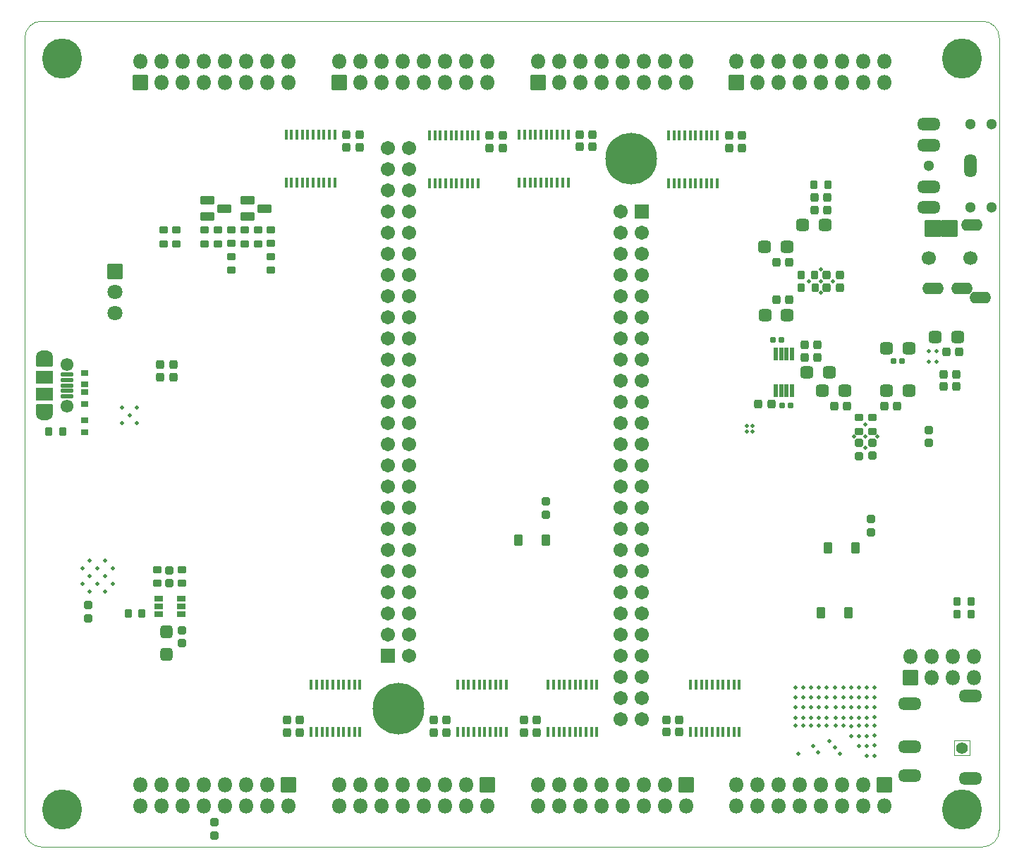
<source format=gbr>
%TF.GenerationSoftware,KiCad,Pcbnew,(6.0.10)*%
%TF.CreationDate,2023-12-11T17:00:35-05:00*%
%TF.ProjectId,Ultrasonic Sound Steering - Control Rev. A,556c7472-6173-46f6-9e69-6320536f756e,rev?*%
%TF.SameCoordinates,Original*%
%TF.FileFunction,Soldermask,Bot*%
%TF.FilePolarity,Negative*%
%FSLAX46Y46*%
G04 Gerber Fmt 4.6, Leading zero omitted, Abs format (unit mm)*
G04 Created by KiCad (PCBNEW (6.0.10)) date 2023-12-11 17:00:35*
%MOMM*%
%LPD*%
G01*
G04 APERTURE LIST*
G04 Aperture macros list*
%AMRoundRect*
0 Rectangle with rounded corners*
0 $1 Rounding radius*
0 $2 $3 $4 $5 $6 $7 $8 $9 X,Y pos of 4 corners*
0 Add a 4 corners polygon primitive as box body*
4,1,4,$2,$3,$4,$5,$6,$7,$8,$9,$2,$3,0*
0 Add four circle primitives for the rounded corners*
1,1,$1+$1,$2,$3*
1,1,$1+$1,$4,$5*
1,1,$1+$1,$6,$7*
1,1,$1+$1,$8,$9*
0 Add four rect primitives between the rounded corners*
20,1,$1+$1,$2,$3,$4,$5,0*
20,1,$1+$1,$4,$5,$6,$7,0*
20,1,$1+$1,$6,$7,$8,$9,0*
20,1,$1+$1,$8,$9,$2,$3,0*%
G04 Aperture macros list end*
%TA.AperFunction,Profile*%
%ADD10C,0.100000*%
%TD*%
%TA.AperFunction,Profile*%
%ADD11C,0.010000*%
%TD*%
%ADD12C,0.504000*%
%ADD13C,4.800000*%
%ADD14RoundRect,0.102000X-0.754000X0.754000X-0.754000X-0.754000X0.754000X-0.754000X0.754000X0.754000X0*%
%ADD15C,1.712000*%
%ADD16C,6.204000*%
%ADD17RoundRect,0.275000X-0.225000X-0.250000X0.225000X-0.250000X0.225000X0.250000X-0.225000X0.250000X0*%
%ADD18RoundRect,0.050000X0.850000X-0.850000X0.850000X0.850000X-0.850000X0.850000X-0.850000X-0.850000X0*%
%ADD19O,1.800000X1.800000*%
%ADD20C,1.700000*%
%ADD21O,2.604000X1.404000*%
%ADD22RoundRect,0.102000X0.900000X0.900000X-0.900000X0.900000X-0.900000X-0.900000X0.900000X-0.900000X0*%
%ADD23RoundRect,0.050000X0.152400X-0.584200X0.152400X0.584200X-0.152400X0.584200X-0.152400X-0.584200X0*%
%ADD24RoundRect,0.300000X0.450000X0.425000X-0.450000X0.425000X-0.450000X-0.425000X0.450000X-0.425000X0*%
%ADD25RoundRect,0.250000X-0.275000X0.200000X-0.275000X-0.200000X0.275000X-0.200000X0.275000X0.200000X0*%
%ADD26RoundRect,0.050000X-0.350000X0.300000X-0.350000X-0.300000X0.350000X-0.300000X0.350000X0.300000X0*%
%ADD27RoundRect,0.185000X-0.135000X-0.185000X0.135000X-0.185000X0.135000X0.185000X-0.135000X0.185000X0*%
%ADD28RoundRect,0.050000X-0.152400X0.584200X-0.152400X-0.584200X0.152400X-0.584200X0.152400X0.584200X0*%
%ADD29RoundRect,0.275000X0.225000X0.250000X-0.225000X0.250000X-0.225000X-0.250000X0.225000X-0.250000X0*%
%ADD30RoundRect,0.250000X0.275000X-0.200000X0.275000X0.200000X-0.275000X0.200000X-0.275000X-0.200000X0*%
%ADD31RoundRect,0.050000X-0.488950X-0.279400X0.488950X-0.279400X0.488950X0.279400X-0.488950X0.279400X0*%
%ADD32RoundRect,0.275000X-0.250000X0.225000X-0.250000X-0.225000X0.250000X-0.225000X0.250000X0.225000X0*%
%ADD33RoundRect,0.250000X-0.200000X-0.275000X0.200000X-0.275000X0.200000X0.275000X-0.200000X0.275000X0*%
%ADD34RoundRect,0.050000X0.800100X-0.431800X0.800100X0.431800X-0.800100X0.431800X-0.800100X-0.431800X0*%
%ADD35RoundRect,0.050000X-0.450000X-0.600000X0.450000X-0.600000X0.450000X0.600000X-0.450000X0.600000X0*%
%ADD36RoundRect,0.275000X0.250000X-0.225000X0.250000X0.225000X-0.250000X0.225000X-0.250000X-0.225000X0*%
%ADD37RoundRect,0.300000X-0.425000X0.450000X-0.425000X-0.450000X0.425000X-0.450000X0.425000X0.450000X0*%
%ADD38RoundRect,0.050000X-0.850000X0.850000X-0.850000X-0.850000X0.850000X-0.850000X0.850000X0.850000X0*%
%ADD39RoundRect,0.300000X-0.450000X-0.425000X0.450000X-0.425000X0.450000X0.425000X-0.450000X0.425000X0*%
%ADD40RoundRect,0.050000X0.225000X0.725000X-0.225000X0.725000X-0.225000X-0.725000X0.225000X-0.725000X0*%
%ADD41RoundRect,0.050000X0.450000X0.600000X-0.450000X0.600000X-0.450000X-0.600000X0.450000X-0.600000X0*%
%ADD42RoundRect,0.050000X0.675000X-0.200000X0.675000X0.200000X-0.675000X0.200000X-0.675000X-0.200000X0*%
%ADD43C,1.550000*%
%ADD44O,2.000000X1.300000*%
%ADD45RoundRect,0.050000X0.950000X-0.750000X0.950000X0.750000X-0.950000X0.750000X-0.950000X-0.750000X0*%
%ADD46RoundRect,0.050000X0.950000X-0.600000X0.950000X0.600000X-0.950000X0.600000X-0.950000X-0.600000X0*%
%ADD47RoundRect,0.250000X0.200000X0.275000X-0.200000X0.275000X-0.200000X-0.275000X0.200000X-0.275000X0*%
%ADD48RoundRect,0.050000X0.350000X-0.300000X0.350000X0.300000X-0.350000X0.300000X-0.350000X-0.300000X0*%
%ADD49C,1.300000*%
%ADD50O,1.512000X2.820000*%
%ADD51O,2.820000X1.512000*%
%ADD52C,1.400000*%
%ADD53C,1.800000*%
G04 APERTURE END LIST*
D10*
X159706350Y-26997214D02*
X272697922Y-26997214D01*
X157702100Y-124143000D02*
G75*
G03*
X159702136Y-126143000I2000100J100D01*
G01*
X274697886Y-28997214D02*
G75*
G03*
X272697922Y-26997214I-1999886J114D01*
G01*
X274697922Y-28997214D02*
X274697922Y-124138787D01*
X157702136Y-124143000D02*
X157706350Y-28997214D01*
X272697922Y-126138787D02*
X159702136Y-126143000D01*
X159706350Y-26997150D02*
G75*
G03*
X157706350Y-28997214I50J-2000050D01*
G01*
X272697922Y-126138722D02*
G75*
G03*
X274697922Y-124138787I78J1999922D01*
G01*
D11*
%TO.C,P13*%
X271110000Y-113350000D02*
X269310000Y-113350000D01*
X269310000Y-115150000D02*
X271110000Y-115150000D01*
X269310000Y-113350000D02*
X269310000Y-115150000D01*
X271110000Y-115150000D02*
X271110000Y-113350000D01*
%TD*%
D12*
%TO.C,*%
X253960000Y-110600000D03*
%TD*%
%TO.C,*%
X252102500Y-110612500D03*
%TD*%
%TO.C,*%
X251850000Y-58225000D03*
%TD*%
%TO.C,*%
X255010000Y-107015000D03*
%TD*%
%TO.C,*%
X252910000Y-114760000D03*
%TD*%
D13*
%TO.C,H2*%
X162200177Y-31490000D03*
%TD*%
D12*
%TO.C,*%
X255600000Y-114930000D03*
%TD*%
%TO.C,*%
X257810000Y-111605000D03*
%TD*%
%TO.C,*%
X252102500Y-109407500D03*
%TD*%
%TO.C,*%
X252102500Y-111612500D03*
%TD*%
%TO.C,*%
X258750000Y-108210000D03*
%TD*%
%TO.C,*%
X171190000Y-75245000D03*
%TD*%
%TO.C,*%
X259720000Y-115185000D03*
%TD*%
%TO.C,*%
X259720000Y-110585000D03*
%TD*%
%TO.C,*%
X253030000Y-107005000D03*
%TD*%
%TO.C,*%
X258750000Y-111605000D03*
%TD*%
%TO.C,*%
X254675000Y-58225000D03*
%TD*%
%TO.C,*%
X253260000Y-58200000D03*
%TD*%
%TO.C,*%
X251180000Y-110610000D03*
%TD*%
%TO.C,*%
X171190000Y-73410000D03*
%TD*%
%TO.C,*%
X258750000Y-112810000D03*
%TD*%
%TO.C,*%
X250230000Y-107015000D03*
%TD*%
%TO.C,*%
X245100000Y-76300000D03*
%TD*%
%TO.C,*%
X256892500Y-112822500D03*
%TD*%
%TO.C,*%
X250220000Y-109405000D03*
%TD*%
%TO.C,*%
X259710000Y-106990000D03*
%TD*%
%TO.C,*%
X267150000Y-67850000D03*
%TD*%
%TO.C,*%
X252112500Y-107017500D03*
%TD*%
%TO.C,*%
X252112500Y-108222500D03*
%TD*%
%TO.C,*%
X244425000Y-75625000D03*
%TD*%
%TO.C,*%
X250230000Y-108220000D03*
%TD*%
%TO.C,*%
X258625000Y-75425000D03*
%TD*%
%TO.C,*%
X254290000Y-113410000D03*
%TD*%
%TO.C,*%
X257820000Y-109395000D03*
%TD*%
%TO.C,*%
X257810000Y-108210000D03*
%TD*%
%TO.C,*%
X257810000Y-112810000D03*
%TD*%
D13*
%TO.C,H1*%
X270200189Y-31490000D03*
%TD*%
D12*
%TO.C,*%
X254960000Y-114170000D03*
%TD*%
%TO.C,*%
X250220000Y-111610000D03*
%TD*%
%TO.C,*%
X259710000Y-108195000D03*
%TD*%
%TO.C,*%
X253020000Y-110600000D03*
%TD*%
%TO.C,*%
X259720000Y-109380000D03*
%TD*%
%TO.C,*%
X257820000Y-113995000D03*
%TD*%
%TO.C,*%
X257820000Y-110600000D03*
%TD*%
%TO.C,*%
X253030000Y-108210000D03*
%TD*%
%TO.C,*%
X255980000Y-110610000D03*
%TD*%
%TO.C,*%
X256892500Y-111617500D03*
%TD*%
%TO.C,*%
X255980000Y-111610000D03*
%TD*%
D14*
%TO.C,U14*%
X201260000Y-103190000D03*
X231740000Y-49840000D03*
D15*
X203800000Y-103190000D03*
X229200000Y-49840000D03*
X201260000Y-100650000D03*
X231740000Y-52380000D03*
X203800000Y-100650000D03*
X229200000Y-52380000D03*
X201260000Y-98110000D03*
X231740000Y-54920000D03*
X203800000Y-98110000D03*
X229200000Y-54920000D03*
X201260000Y-95570000D03*
X231740000Y-57460000D03*
X203800000Y-95570000D03*
X229200000Y-57460000D03*
X201260000Y-93030000D03*
X231740000Y-60000000D03*
X203800000Y-93030000D03*
X229200000Y-60000000D03*
X201260000Y-90490000D03*
X231740000Y-62540000D03*
X203800000Y-90490000D03*
X229200000Y-62540000D03*
X201260000Y-87950000D03*
X231740000Y-65080000D03*
X203800000Y-87950000D03*
X229200000Y-65080000D03*
X201260000Y-85410000D03*
X231740000Y-67620000D03*
X203800000Y-85410000D03*
X229200000Y-67620000D03*
X201260000Y-82870000D03*
X231740000Y-70160000D03*
X203800000Y-82870000D03*
X229200000Y-70160000D03*
X201260000Y-80330000D03*
X231740000Y-72700000D03*
X203800000Y-80330000D03*
X229200000Y-72700000D03*
X201260000Y-77790000D03*
X231740000Y-75240000D03*
X203800000Y-77790000D03*
X229200000Y-75240000D03*
X201260000Y-75250000D03*
X231740000Y-77780000D03*
X203800000Y-75250000D03*
X229200000Y-77780000D03*
X201260000Y-72710000D03*
X231740000Y-80320000D03*
X203800000Y-72710000D03*
X229200000Y-80320000D03*
X201260000Y-70170000D03*
X231740000Y-82860000D03*
X203800000Y-70170000D03*
X229200000Y-82860000D03*
X201260000Y-67630000D03*
X231740000Y-85400000D03*
X203800000Y-67630000D03*
X229200000Y-85400000D03*
X201260000Y-65090000D03*
X231740000Y-87940000D03*
X203800000Y-65090000D03*
X229200000Y-87940000D03*
X201260000Y-62550000D03*
X231740000Y-90480000D03*
X203800000Y-62550000D03*
X229200000Y-90480000D03*
X201260000Y-60010000D03*
X231740000Y-93020000D03*
X203800000Y-60010000D03*
X229200000Y-93020000D03*
X201260000Y-57470000D03*
X231740000Y-95560000D03*
X203800000Y-57470000D03*
X229200000Y-95560000D03*
X201260000Y-54930000D03*
X231740000Y-98100000D03*
X203800000Y-54930000D03*
X229200000Y-98100000D03*
X201260000Y-52390000D03*
X231740000Y-100640000D03*
X203800000Y-52390000D03*
X229200000Y-100640000D03*
X201260000Y-49850000D03*
X231740000Y-103180000D03*
X203800000Y-49850000D03*
X229200000Y-103180000D03*
X201260000Y-47310000D03*
X231740000Y-105720000D03*
X203800000Y-47310000D03*
X229200000Y-105720000D03*
X201260000Y-44770000D03*
X231740000Y-108260000D03*
X203800000Y-44770000D03*
X229200000Y-108260000D03*
X201260000Y-42230000D03*
X231740000Y-110800000D03*
X203800000Y-42230000D03*
X229200000Y-110800000D03*
D16*
X230470000Y-43490000D03*
X202530000Y-109540000D03*
%TD*%
D12*
%TO.C,*%
X257225000Y-76875000D03*
%TD*%
%TO.C,*%
X169355000Y-73410000D03*
%TD*%
%TO.C,*%
X260050000Y-76875000D03*
%TD*%
%TO.C,*%
X257810000Y-107005000D03*
%TD*%
%TO.C,*%
X267150000Y-66645000D03*
%TD*%
%TO.C,*%
X169355000Y-75245000D03*
%TD*%
%TO.C,*%
X259710000Y-111590000D03*
%TD*%
%TO.C,*%
X253970000Y-107005000D03*
%TD*%
%TO.C,U18*%
X164595000Y-94547500D03*
X164595000Y-92712500D03*
X165512500Y-95465000D03*
X165512500Y-93630000D03*
X165512500Y-91795000D03*
X166430000Y-94547500D03*
X166430000Y-92712500D03*
X167347500Y-95465000D03*
X167347500Y-93630000D03*
X167347500Y-91795000D03*
X168265000Y-94547500D03*
X168265000Y-92712500D03*
%TD*%
D13*
%TO.C,H3*%
X270200172Y-121640000D03*
%TD*%
D12*
%TO.C,*%
X251190000Y-108220000D03*
%TD*%
%TO.C,*%
X255970000Y-108220000D03*
%TD*%
%TO.C,*%
X253250000Y-59600000D03*
%TD*%
%TO.C,*%
X244425000Y-76300000D03*
%TD*%
%TO.C,*%
X258635000Y-76850000D03*
%TD*%
%TO.C,*%
X258760000Y-115200000D03*
%TD*%
%TO.C,*%
X253020000Y-109395000D03*
%TD*%
%TO.C,*%
X255020000Y-111610000D03*
%TD*%
%TO.C,*%
X259710000Y-112795000D03*
%TD*%
%TO.C,*%
X258750000Y-107005000D03*
%TD*%
%TO.C,*%
X266210000Y-67850000D03*
%TD*%
%TO.C,*%
X251180000Y-111610000D03*
%TD*%
%TO.C,*%
X258760000Y-109395000D03*
%TD*%
%TO.C,*%
X252340000Y-114040000D03*
%TD*%
%TO.C,*%
X255970000Y-107015000D03*
%TD*%
%TO.C,*%
X251180000Y-109405000D03*
%TD*%
%TO.C,*%
X258760000Y-113995000D03*
%TD*%
%TO.C,*%
X251190000Y-107015000D03*
%TD*%
%TO.C,*%
X253960000Y-111600000D03*
%TD*%
%TO.C,*%
X253020000Y-111600000D03*
%TD*%
%TO.C,*%
X245100000Y-75625000D03*
%TD*%
%TO.C,*%
X258760000Y-110600000D03*
%TD*%
D13*
%TO.C,H4*%
X162200214Y-121640000D03*
%TD*%
D12*
%TO.C,*%
X253960000Y-109395000D03*
%TD*%
%TO.C,*%
X256902500Y-109407500D03*
%TD*%
%TO.C,*%
X256892500Y-108222500D03*
%TD*%
%TO.C,*%
X258625000Y-78250000D03*
%TD*%
%TO.C,*%
X255020000Y-110610000D03*
%TD*%
%TO.C,*%
X256902500Y-110612500D03*
%TD*%
%TO.C,*%
X255980000Y-109405000D03*
%TD*%
%TO.C,*%
X255020000Y-109405000D03*
%TD*%
%TO.C,*%
X253970000Y-108210000D03*
%TD*%
%TO.C,*%
X255010000Y-108220000D03*
%TD*%
%TO.C,*%
X250590000Y-114930000D03*
%TD*%
%TO.C,*%
X250220000Y-110610000D03*
%TD*%
%TO.C,*%
X266210000Y-66645000D03*
%TD*%
%TO.C,*%
X170272500Y-74327500D03*
%TD*%
%TO.C,*%
X259720000Y-113980000D03*
%TD*%
%TO.C,*%
X253250000Y-56775000D03*
%TD*%
%TO.C,*%
X256892500Y-107017500D03*
%TD*%
D17*
%TO.C,C113*%
X234695000Y-110900000D03*
X236245000Y-110900000D03*
%TD*%
D18*
%TO.C,P5*%
X260855101Y-118700000D03*
D19*
X260855101Y-121240000D03*
X258315101Y-118700000D03*
X258315101Y-121240000D03*
X255775101Y-118700000D03*
X255775101Y-121240000D03*
X253235101Y-118700000D03*
X253235101Y-121240000D03*
X250695101Y-118700000D03*
X250695101Y-121240000D03*
X248155101Y-118700000D03*
X248155101Y-121240000D03*
X245615101Y-118700000D03*
X245615101Y-121240000D03*
X243075101Y-118700000D03*
X243075101Y-121240000D03*
%TD*%
D20*
%TO.C,P12*%
X271210000Y-55460000D03*
X266210000Y-55460000D03*
D21*
X272410000Y-60160000D03*
X266710000Y-59060000D03*
D22*
X266710000Y-51860000D03*
D21*
X271410000Y-51460000D03*
X270210000Y-59060000D03*
D22*
X268710000Y-51860000D03*
%TD*%
D23*
%TO.C,U22*%
X194925000Y-46370200D03*
X194274999Y-46370200D03*
X193625001Y-46370200D03*
X192974999Y-46370200D03*
X192325001Y-46370200D03*
X191675002Y-46370200D03*
X191025001Y-46370200D03*
X190375002Y-46370200D03*
X189725001Y-46370200D03*
X189075002Y-46370200D03*
X189075000Y-40629800D03*
X189724998Y-40629800D03*
X190374999Y-40629800D03*
X191024998Y-40629800D03*
X191674999Y-40629800D03*
X192324998Y-40629800D03*
X192974999Y-40629800D03*
X193624998Y-40629800D03*
X194274999Y-40629800D03*
X194924998Y-40629800D03*
%TD*%
D24*
%TO.C,C36*%
X256182500Y-71352500D03*
X253482500Y-71352500D03*
%TD*%
D25*
%TO.C,R70*%
X187271000Y-55252501D03*
X187271000Y-56902501D03*
%TD*%
D26*
%TO.C,D7*%
X164860000Y-72940000D03*
X164860000Y-71540000D03*
%TD*%
D27*
%TO.C,R55*%
X248600000Y-73140000D03*
X249620000Y-73140000D03*
%TD*%
D28*
%TO.C,U15*%
X220535000Y-106629800D03*
X221185001Y-106629800D03*
X221834999Y-106629800D03*
X222485001Y-106629800D03*
X223134999Y-106629800D03*
X223784998Y-106629800D03*
X224434999Y-106629800D03*
X225084998Y-106629800D03*
X225734999Y-106629800D03*
X226384998Y-106629800D03*
X226385000Y-112370200D03*
X225735002Y-112370200D03*
X225085001Y-112370200D03*
X224435002Y-112370200D03*
X223785001Y-112370200D03*
X223135002Y-112370200D03*
X222485001Y-112370200D03*
X221835002Y-112370200D03*
X221185001Y-112370200D03*
X220535002Y-112370200D03*
%TD*%
D29*
%TO.C,C133*%
X197865000Y-40630000D03*
X196315000Y-40630000D03*
%TD*%
D30*
%TO.C,R51*%
X174380000Y-53715000D03*
X174380000Y-52065000D03*
%TD*%
D31*
%TO.C,U6*%
X173774750Y-98215001D03*
X173774750Y-97265000D03*
X173774750Y-96314999D03*
X176505250Y-96314999D03*
X176505250Y-97265000D03*
X176505250Y-98215001D03*
%TD*%
D32*
%TO.C,C66*%
X165310000Y-97120000D03*
X165310000Y-98670000D03*
%TD*%
%TO.C,C63*%
X176570000Y-100110000D03*
X176570000Y-101660000D03*
%TD*%
D33*
%TO.C,R44*%
X269640000Y-96710000D03*
X271290000Y-96710000D03*
%TD*%
D29*
%TO.C,C41*%
X256415000Y-73232500D03*
X254865000Y-73232500D03*
%TD*%
%TO.C,C96*%
X225850000Y-42100000D03*
X224300000Y-42100000D03*
%TD*%
D30*
%TO.C,R40*%
X173590000Y-94510000D03*
X173590000Y-92860000D03*
%TD*%
D34*
%TO.C,Q4*%
X179650000Y-50430002D03*
X179650000Y-48530000D03*
X181661000Y-49480001D03*
%TD*%
D35*
%TO.C,D1*%
X254150000Y-90215000D03*
X257450000Y-90215000D03*
%TD*%
D24*
%TO.C,C1*%
X263830000Y-66260000D03*
X261130000Y-66260000D03*
%TD*%
D36*
%TO.C,C26*%
X259430000Y-79182500D03*
X259430000Y-77632500D03*
%TD*%
D37*
%TO.C,C62*%
X174720000Y-100352500D03*
X174720000Y-103052500D03*
%TD*%
D29*
%TO.C,C16*%
X254025000Y-49650000D03*
X252475000Y-49650000D03*
%TD*%
%TO.C,C6*%
X269905000Y-66740000D03*
X268355000Y-66740000D03*
%TD*%
D33*
%TO.C,R29*%
X250905231Y-57463291D03*
X252555231Y-57463291D03*
%TD*%
D36*
%TO.C,C60*%
X180480000Y-124755000D03*
X180480000Y-123205000D03*
%TD*%
D17*
%TO.C,C92*%
X251328631Y-67380000D03*
X252878631Y-67380000D03*
%TD*%
%TO.C,C110*%
X217605000Y-112390000D03*
X219155000Y-112390000D03*
%TD*%
%TO.C,C134*%
X189145000Y-110860000D03*
X190695000Y-110860000D03*
%TD*%
%TO.C,C132*%
X189145000Y-112390000D03*
X190695000Y-112390000D03*
%TD*%
%TO.C,C50*%
X260890000Y-73232500D03*
X262440000Y-73232500D03*
%TD*%
D38*
%TO.C,P4*%
X171575101Y-34380000D03*
D19*
X171575101Y-31840000D03*
X174115101Y-34380000D03*
X174115101Y-31840000D03*
X176655101Y-34380000D03*
X176655101Y-31840000D03*
X179195101Y-34380000D03*
X179195101Y-31840000D03*
X181735101Y-34380000D03*
X181735101Y-31840000D03*
X184275101Y-34380000D03*
X184275101Y-31840000D03*
X186815101Y-34380000D03*
X186815101Y-31840000D03*
X189355101Y-34380000D03*
X189355101Y-31840000D03*
%TD*%
D17*
%TO.C,C11*%
X268015000Y-70885000D03*
X269565000Y-70885000D03*
%TD*%
D39*
%TO.C,C93*%
X251570000Y-69160000D03*
X254270000Y-69160000D03*
%TD*%
D29*
%TO.C,C30*%
X255540231Y-57463291D03*
X253990231Y-57463291D03*
%TD*%
D17*
%TO.C,C10*%
X268020000Y-69375000D03*
X269570000Y-69375000D03*
%TD*%
D30*
%TO.C,R76*%
X182460000Y-53700000D03*
X182460000Y-52050000D03*
%TD*%
%TO.C,R71*%
X187270000Y-53695000D03*
X187270000Y-52045000D03*
%TD*%
D29*
%TO.C,C31*%
X255540231Y-58963291D03*
X253990231Y-58963291D03*
%TD*%
D25*
%TO.C,R75*%
X182461000Y-55255001D03*
X182461000Y-56905001D03*
%TD*%
D27*
%TO.C,R6*%
X261960000Y-67780000D03*
X262980000Y-67780000D03*
%TD*%
D29*
%TO.C,C135*%
X197865000Y-42150000D03*
X196315000Y-42150000D03*
%TD*%
D32*
%TO.C,C78*%
X220250000Y-84685000D03*
X220250000Y-86235000D03*
%TD*%
D24*
%TO.C,C51*%
X249250000Y-62310000D03*
X246550000Y-62310000D03*
%TD*%
D17*
%TO.C,C111*%
X234695000Y-112360000D03*
X236245000Y-112360000D03*
%TD*%
%TO.C,C91*%
X251328631Y-65860000D03*
X252878631Y-65860000D03*
%TD*%
D29*
%TO.C,C57*%
X247325000Y-73000000D03*
X245775000Y-73000000D03*
%TD*%
D18*
%TO.C,P7*%
X213247601Y-118700000D03*
D19*
X213247601Y-121240000D03*
X210707601Y-118700000D03*
X210707601Y-121240000D03*
X208167601Y-118700000D03*
X208167601Y-121240000D03*
X205627601Y-118700000D03*
X205627601Y-121240000D03*
X203087601Y-118700000D03*
X203087601Y-121240000D03*
X200547601Y-118700000D03*
X200547601Y-121240000D03*
X198007601Y-118700000D03*
X198007601Y-121240000D03*
X195467601Y-118700000D03*
X195467601Y-121240000D03*
%TD*%
D17*
%TO.C,C115*%
X206755000Y-110880000D03*
X208305000Y-110880000D03*
%TD*%
%TO.C,C112*%
X217605000Y-110930000D03*
X219155000Y-110930000D03*
%TD*%
D38*
%TO.C,P1*%
X243075101Y-34380000D03*
D19*
X243075101Y-31840000D03*
X245615101Y-34380000D03*
X245615101Y-31840000D03*
X248155101Y-34380000D03*
X248155101Y-31840000D03*
X250695101Y-34380000D03*
X250695101Y-31840000D03*
X253235101Y-34380000D03*
X253235101Y-31840000D03*
X255775101Y-34380000D03*
X255775101Y-31840000D03*
X258315101Y-34380000D03*
X258315101Y-31840000D03*
X260855101Y-34380000D03*
X260855101Y-31840000D03*
%TD*%
D34*
%TO.C,Q3*%
X184424700Y-50426302D03*
X184424700Y-48526300D03*
X186435700Y-49476301D03*
%TD*%
D32*
%TO.C,C61*%
X175080000Y-92910000D03*
X175080000Y-94460000D03*
%TD*%
D29*
%TO.C,C118*%
X215055000Y-40730000D03*
X213505000Y-40730000D03*
%TD*%
D38*
%TO.C,P2*%
X219290101Y-34380000D03*
D19*
X219290101Y-31840000D03*
X221830101Y-34380000D03*
X221830101Y-31840000D03*
X224370101Y-34380000D03*
X224370101Y-31840000D03*
X226910101Y-34380000D03*
X226910101Y-31840000D03*
X229450101Y-34380000D03*
X229450101Y-31840000D03*
X231990101Y-34380000D03*
X231990101Y-31840000D03*
X234530101Y-34380000D03*
X234530101Y-31840000D03*
X237070101Y-34380000D03*
X237070101Y-31840000D03*
%TD*%
D24*
%TO.C,C4*%
X269667500Y-64950000D03*
X266967500Y-64950000D03*
%TD*%
D40*
%TO.C,U11*%
X249793631Y-71390000D03*
X249143631Y-71390000D03*
X248493631Y-71390000D03*
X247843631Y-71390000D03*
X247843631Y-66990000D03*
X248493631Y-66990000D03*
X249143631Y-66990000D03*
X249793631Y-66990000D03*
%TD*%
D18*
%TO.C,P6*%
X237070101Y-118700000D03*
D19*
X237070101Y-121240000D03*
X234530101Y-118700000D03*
X234530101Y-121240000D03*
X231990101Y-118700000D03*
X231990101Y-121240000D03*
X229450101Y-118700000D03*
X229450101Y-121240000D03*
X226910101Y-118700000D03*
X226910101Y-121240000D03*
X224370101Y-118700000D03*
X224370101Y-121240000D03*
X221830101Y-118700000D03*
X221830101Y-121240000D03*
X219290101Y-118700000D03*
X219290101Y-121240000D03*
%TD*%
D36*
%TO.C,C18*%
X266200000Y-77625000D03*
X266200000Y-76075000D03*
%TD*%
D27*
%TO.C,R58*%
X247490000Y-65240000D03*
X248510000Y-65240000D03*
%TD*%
D23*
%TO.C,U13*%
X240825000Y-46470200D03*
X240174999Y-46470200D03*
X239525001Y-46470200D03*
X238874999Y-46470200D03*
X238225001Y-46470200D03*
X237575002Y-46470200D03*
X236925001Y-46470200D03*
X236275002Y-46470200D03*
X235625001Y-46470200D03*
X234975002Y-46470200D03*
X234975000Y-40729800D03*
X235624998Y-40729800D03*
X236274999Y-40729800D03*
X236924998Y-40729800D03*
X237574999Y-40729800D03*
X238224998Y-40729800D03*
X238874999Y-40729800D03*
X239524998Y-40729800D03*
X240174999Y-40729800D03*
X240824998Y-40729800D03*
%TD*%
D29*
%TO.C,C124*%
X175520000Y-69780000D03*
X173970000Y-69780000D03*
%TD*%
D17*
%TO.C,C117*%
X206755000Y-112390000D03*
X208305000Y-112390000D03*
%TD*%
D18*
%TO.C,P8*%
X189355101Y-118700000D03*
D19*
X189355101Y-121240000D03*
X186815101Y-118700000D03*
X186815101Y-121240000D03*
X184275101Y-118700000D03*
X184275101Y-121240000D03*
X181735101Y-118700000D03*
X181735101Y-121240000D03*
X179195101Y-118700000D03*
X179195101Y-121240000D03*
X176655101Y-118700000D03*
X176655101Y-121240000D03*
X174115101Y-118700000D03*
X174115101Y-121240000D03*
X171575101Y-118700000D03*
X171575101Y-121240000D03*
%TD*%
D29*
%TO.C,C104*%
X175515000Y-68240000D03*
X173965000Y-68240000D03*
%TD*%
D41*
%TO.C,D4*%
X256570000Y-98000000D03*
X253270000Y-98000000D03*
%TD*%
D30*
%TO.C,R69*%
X185671000Y-53702501D03*
X185671000Y-52052501D03*
%TD*%
D28*
%TO.C,U19*%
X209675000Y-106629800D03*
X210325001Y-106629800D03*
X210974999Y-106629800D03*
X211625001Y-106629800D03*
X212274999Y-106629800D03*
X212924998Y-106629800D03*
X213574999Y-106629800D03*
X214224998Y-106629800D03*
X214874999Y-106629800D03*
X215524998Y-106629800D03*
X215525000Y-112370200D03*
X214875002Y-112370200D03*
X214225001Y-112370200D03*
X213575002Y-112370200D03*
X212925001Y-112370200D03*
X212275002Y-112370200D03*
X211625001Y-112370200D03*
X210975002Y-112370200D03*
X210325001Y-112370200D03*
X209675002Y-112370200D03*
%TD*%
D29*
%TO.C,C116*%
X215050000Y-42250000D03*
X213500000Y-42250000D03*
%TD*%
D25*
%TO.C,R39*%
X176560000Y-92860000D03*
X176560000Y-94510000D03*
%TD*%
%TO.C,R27*%
X259430000Y-74582500D03*
X259430000Y-76232500D03*
%TD*%
D35*
%TO.C,D2*%
X216980000Y-89290000D03*
X220280000Y-89290000D03*
%TD*%
D28*
%TO.C,U21*%
X192075000Y-106629800D03*
X192725001Y-106629800D03*
X193374999Y-106629800D03*
X194025001Y-106629800D03*
X194674999Y-106629800D03*
X195324998Y-106629800D03*
X195974999Y-106629800D03*
X196624998Y-106629800D03*
X197274999Y-106629800D03*
X197924998Y-106629800D03*
X197925000Y-112370200D03*
X197275002Y-112370200D03*
X196625001Y-112370200D03*
X195975002Y-112370200D03*
X195325001Y-112370200D03*
X194675002Y-112370200D03*
X194025001Y-112370200D03*
X193375002Y-112370200D03*
X192725001Y-112370200D03*
X192075002Y-112370200D03*
%TD*%
D30*
%TO.C,R73*%
X179261000Y-53705001D03*
X179261000Y-52055001D03*
%TD*%
D42*
%TO.C,P9*%
X162780000Y-72040000D03*
X162780000Y-71390000D03*
X162780000Y-70740000D03*
X162780000Y-70090000D03*
X162780000Y-69440000D03*
D43*
X162780000Y-68240000D03*
X162780000Y-73240000D03*
D44*
X160080000Y-67240000D03*
D45*
X160080000Y-69740000D03*
D44*
X160080000Y-74240000D03*
D45*
X160080000Y-71740000D03*
D46*
X160080000Y-67840000D03*
X160080000Y-73640000D03*
%TD*%
D47*
%TO.C,R45*%
X271290000Y-98220000D03*
X269640000Y-98220000D03*
%TD*%
D48*
%TO.C,D6*%
X164860000Y-69200000D03*
X164860000Y-70600000D03*
%TD*%
D39*
%TO.C,C52*%
X261125000Y-71362500D03*
X263825000Y-71362500D03*
%TD*%
D30*
%TO.C,R68*%
X184071000Y-53702501D03*
X184071000Y-52052501D03*
%TD*%
D26*
%TO.C,D5*%
X164880000Y-76350000D03*
X164880000Y-74950000D03*
%TD*%
D28*
%TO.C,U12*%
X237635000Y-106629800D03*
X238285001Y-106629800D03*
X238934999Y-106629800D03*
X239585001Y-106629800D03*
X240234999Y-106629800D03*
X240884998Y-106629800D03*
X241534999Y-106629800D03*
X242184998Y-106629800D03*
X242834999Y-106629800D03*
X243484998Y-106629800D03*
X243485000Y-112370200D03*
X242835002Y-112370200D03*
X242185001Y-112370200D03*
X241535002Y-112370200D03*
X240885001Y-112370200D03*
X240235002Y-112370200D03*
X239585001Y-112370200D03*
X238935002Y-112370200D03*
X238285001Y-112370200D03*
X237635002Y-112370200D03*
%TD*%
D32*
%TO.C,C77*%
X259265000Y-86795000D03*
X259265000Y-88345000D03*
%TD*%
D38*
%TO.C,P3*%
X195467601Y-34380000D03*
D19*
X195467601Y-31840000D03*
X198007601Y-34380000D03*
X198007601Y-31840000D03*
X200547601Y-34380000D03*
X200547601Y-31840000D03*
X203087601Y-34380000D03*
X203087601Y-31840000D03*
X205627601Y-34380000D03*
X205627601Y-31840000D03*
X208167601Y-34380000D03*
X208167601Y-31840000D03*
X210707601Y-34380000D03*
X210707601Y-31840000D03*
X213247601Y-34380000D03*
X213247601Y-31840000D03*
%TD*%
D47*
%TO.C,R63*%
X162225000Y-76300000D03*
X160575000Y-76300000D03*
%TD*%
D49*
%TO.C,P11*%
X271260000Y-39360000D03*
X273760000Y-39360000D03*
X266260000Y-44360000D03*
X271260000Y-49360000D03*
X273760000Y-49360000D03*
D50*
X271260000Y-44360000D03*
D51*
X266260000Y-49360000D03*
X266260000Y-39360000D03*
X266260000Y-46860000D03*
X266260000Y-41860000D03*
%TD*%
D25*
%TO.C,R28*%
X257870000Y-74587500D03*
X257870000Y-76237500D03*
%TD*%
D23*
%TO.C,U20*%
X212125000Y-46470200D03*
X211474999Y-46470200D03*
X210825001Y-46470200D03*
X210174999Y-46470200D03*
X209525001Y-46470200D03*
X208875002Y-46470200D03*
X208225001Y-46470200D03*
X207575002Y-46470200D03*
X206925001Y-46470200D03*
X206275002Y-46470200D03*
X206275000Y-40729800D03*
X206924998Y-40729800D03*
X207574999Y-40729800D03*
X208224998Y-40729800D03*
X208874999Y-40729800D03*
X209524998Y-40729800D03*
X210174999Y-40729800D03*
X210824998Y-40729800D03*
X211474999Y-40729800D03*
X212124998Y-40729800D03*
%TD*%
D30*
%TO.C,R50*%
X175890000Y-53717500D03*
X175890000Y-52067500D03*
%TD*%
D29*
%TO.C,C97*%
X243785000Y-42250000D03*
X242235000Y-42250000D03*
%TD*%
D38*
%TO.C,P10*%
X264040000Y-105797500D03*
D19*
X264040000Y-103257500D03*
X266580000Y-105797500D03*
X266580000Y-103257500D03*
X269120000Y-105797500D03*
X269120000Y-103257500D03*
X271660000Y-105797500D03*
X271660000Y-103257500D03*
%TD*%
D23*
%TO.C,U16*%
X222925000Y-46370200D03*
X222274999Y-46370200D03*
X221625001Y-46370200D03*
X220974999Y-46370200D03*
X220325001Y-46370200D03*
X219675002Y-46370200D03*
X219025001Y-46370200D03*
X218375002Y-46370200D03*
X217725001Y-46370200D03*
X217075002Y-46370200D03*
X217075000Y-40629800D03*
X217724998Y-40629800D03*
X218374999Y-40629800D03*
X219024998Y-40629800D03*
X219674999Y-40629800D03*
X220324998Y-40629800D03*
X220974999Y-40629800D03*
X221624998Y-40629800D03*
X222274999Y-40629800D03*
X222924998Y-40629800D03*
%TD*%
D29*
%TO.C,C99*%
X243785000Y-40720000D03*
X242235000Y-40720000D03*
%TD*%
D36*
%TO.C,C27*%
X257870001Y-79187500D03*
X257870001Y-77637500D03*
%TD*%
D52*
%TO.C,P13*%
X270210000Y-114250000D03*
D51*
X263910000Y-117550000D03*
X263910000Y-108950000D03*
X263910000Y-114150000D03*
X271210000Y-108050000D03*
X271210000Y-117950000D03*
%TD*%
D47*
%TO.C,R12*%
X254085001Y-46640250D03*
X252435001Y-46640250D03*
%TD*%
D33*
%TO.C,R30*%
X250910231Y-58963291D03*
X252560231Y-58963291D03*
%TD*%
D29*
%TO.C,C40*%
X249495000Y-60450000D03*
X247945000Y-60450000D03*
%TD*%
D30*
%TO.C,R74*%
X180861000Y-53705001D03*
X180861000Y-52055001D03*
%TD*%
D47*
%TO.C,R43*%
X171770000Y-98080000D03*
X170120000Y-98080000D03*
%TD*%
D24*
%TO.C,C17*%
X253790000Y-51430000D03*
X251090000Y-51430000D03*
%TD*%
D18*
%TO.C,P14*%
X168560000Y-57044000D03*
D53*
X168560000Y-59544000D03*
X168560000Y-62044000D03*
%TD*%
D29*
%TO.C,C49*%
X249490000Y-55980000D03*
X247940000Y-55980000D03*
%TD*%
D24*
%TO.C,C35*%
X249240000Y-54120000D03*
X246540000Y-54120000D03*
%TD*%
D29*
%TO.C,C98*%
X225855000Y-40580000D03*
X224305000Y-40580000D03*
%TD*%
D17*
%TO.C,C13*%
X252485001Y-48140250D03*
X254035001Y-48140250D03*
%TD*%
M02*

</source>
